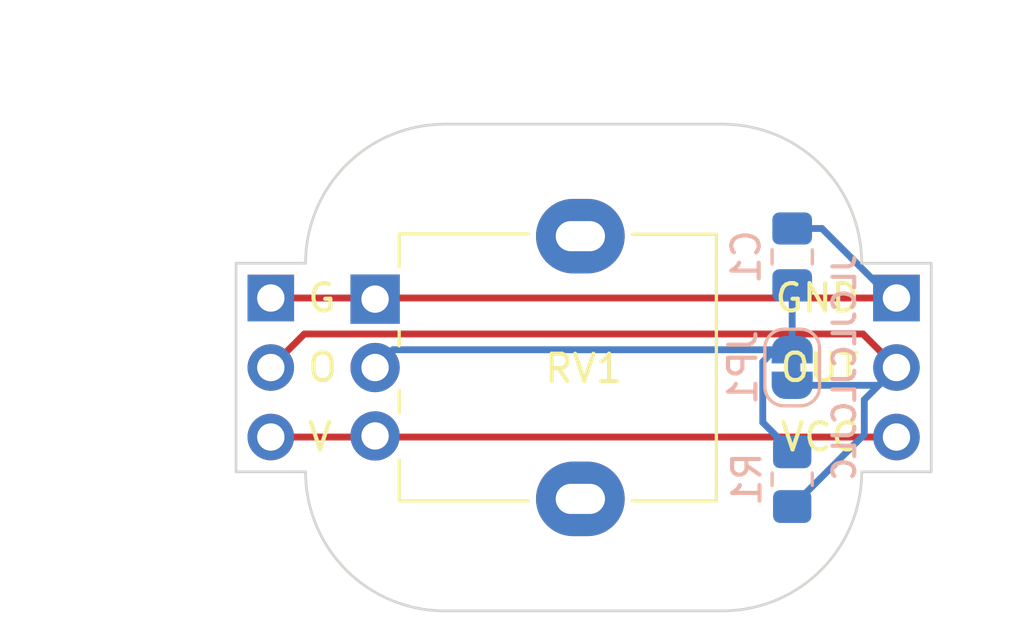
<source format=kicad_pcb>
(kicad_pcb (version 20221018) (generator pcbnew)
  (layers (0 "F.Cu" signal) (31 "B.Cu" signal) (34 "B.Paste" user) (35 "F.Paste" user) (36 "B.SilkS" user "B.Silkscreen") (37 "F.SilkS" user "F.Silkscreen") (38 "B.Mask" user) (39 "F.Mask" user) (44 "Edge.Cuts" user))
  (net 0 "")
  (net 1 "GND")
  (net 2 "Net-(JP1-A)")
  (net 3 "VCC")
  (net 4 "OUT")
  (footprint "Custom:PinHeader_1x03_P2.54mm_Vertical_no_silk" (layer "F.Cu") (at 138.43 80.01)
    (fp_text reference "J1" hide)
    (fp_text value "Conn_01x03")
    (pad "1" thru_hole rect (at 0 0) (size 1.7 1.7) (drill 1) (layers "*.Cu" "*.Mask") (net 1 "GND"))
    (pad "2" thru_hole oval (at 0 2.54) (size 1.7 1.7) (drill 1) (layers "*.Cu" "*.Mask") (net 4 "OUT"))
    (pad "3" thru_hole oval (at 0 5.08) (size 1.7 1.7) (drill 1) (layers "*.Cu" "*.Mask") (net 3 "VCC"))
  )
  (footprint "Potentiometer_THT:Potentiometer_Alpha_RD901F-40-00D_Single_Vertical" (layer "F.Cu") (at 142.24 80.05)
    (fp_text reference "RV1" (at 7.62 2.54 180) (layer "F.SilkS"))
    (fp_text value "R_Potentiometer_MountingPin")
    (fp_line (start 0.88 -2.38) (end 5.6 -2.38) (stroke (width 0.12)) (layer "F.SilkS"))
    (fp_line (start 0.88 -1.19) (end 0.88 -2.37) (stroke (width 0.12)) (layer "F.SilkS"))
    (fp_line (start 0.88 1.71) (end 0.88 1.18) (stroke (width 0.12)) (layer "F.SilkS"))
    (fp_line (start 0.88 4.16) (end 0.88 3.33) (stroke (width 0.12)) (layer "F.SilkS"))
    (fp_line (start 0.88 7.37) (end 0.88 5.88) (stroke (width 0.12)) (layer "F.SilkS"))
    (fp_line (start 0.88 7.37) (end 5.6 7.37) (stroke (width 0.12)) (layer "F.SilkS"))
    (fp_line (start 9.41 -2.37) (end 12.47 -2.37) (stroke (width 0.12)) (layer "F.SilkS"))
    (fp_line (start 9.41 7.37) (end 12.47 7.37) (stroke (width 0.12)) (layer "F.SilkS"))
    (fp_line (start 12.47 7.37) (end 12.47 -2.37) (stroke (width 0.12)) (layer "F.SilkS"))
    (pad "" thru_hole oval (at 7.5 -2.3 90) (size 2.72 3.24) (drill oval 1.1 1.8) (layers "*.Cu" "*.Mask"))
    (pad "" thru_hole oval (at 7.5 7.3 90) (size 2.72 3.24) (drill oval 1.1 1.8) (layers "*.Cu" "*.Mask"))
    (pad "1" thru_hole rect (at 0 0 90) (size 1.8 1.8) (drill 1) (layers "*.Cu" "*.Mask") (net 1 "GND"))
    (pad "2" thru_hole circle (at 0 2.5 90) (size 1.8 1.8) (drill 1) (layers "*.Cu" "*.Mask") (net 2 "Net-(JP1-A)"))
    (pad "3" thru_hole circle (at 0 5 90) (size 1.8 1.8) (drill 1) (layers "*.Cu" "*.Mask") (net 3 "VCC"))
  )
  (footprint "Custom:PinHeader_1x03_P2.54mm_Vertical_no_silk" (layer "F.Cu") (at 161.29 80.01)
    (fp_text reference "J2" hide)
    (fp_text value "Conn_01x03")
    (pad "1" thru_hole rect (at 0 0) (size 1.7 1.7) (drill 1) (layers "*.Cu" "*.Mask") (net 1 "GND"))
    (pad "2" thru_hole oval (at 0 2.54) (size 1.7 1.7) (drill 1) (layers "*.Cu" "*.Mask") (net 4 "OUT"))
    (pad "3" thru_hole oval (at 0 5.08) (size 1.7 1.7) (drill 1) (layers "*.Cu" "*.Mask") (net 3 "VCC"))
  )
  (footprint "Jumper:SolderJumper-2_P1.3mm_Bridged_RoundedPad1.0x1.5mm" (layer "B.Cu") (at 157.48 82.55 -90)
    (fp_text reference "JP1" (at 0 1.8 90) (layer "B.SilkS") (effects (justify mirror)))
    (fp_text value "SolderJumper_2_Bridged")
    (fp_poly (pts (xy 0.25 0.3) (xy -0.25 0.3) (xy -0.25 -0.3) (xy 0.25 -0.3)) (fill solid) (layer "B.Cu"))
    (fp_line (start -1.4 -0.3) (end -1.4 0.3) (stroke (width 0.12)) (layer "B.SilkS"))
    (fp_line (start -0.7 1) (end 0.7 1) (stroke (width 0.12)) (layer "B.SilkS"))
    (fp_line (start 0.7 -1) (end -0.7 -1) (stroke (width 0.12)) (layer "B.SilkS"))
    (fp_line (start 1.4 0.3) (end 1.4 -0.3) (stroke (width 0.12)) (layer "B.SilkS"))
    (fp_arc (start -1.4 -0.3) (mid -1.194975 -0.794975) (end -0.7 -1) (stroke (width 0.12)) (layer "B.SilkS"))
    (fp_arc (start -0.7 1) (mid -1.194975 0.794975) (end -1.4 0.3) (stroke (width 0.12)) (layer "B.SilkS"))
    (fp_arc (start 0.7 -1) (mid 1.194975 -0.794975) (end 1.4 -0.3) (stroke (width 0.12)) (layer "B.SilkS"))
    (fp_arc (start 1.4 0.3) (mid 1.194975 0.794975) (end 0.7 1) (stroke (width 0.12)) (layer "B.SilkS"))
    (pad "1" smd custom (at -0.65 0 270) (size 1 0.5) (layers "B.Cu" "B.Mask") (net 2 "Net-(JP1-A)") (options (clearance outline) (anchor rect)) (primitives (gr_circle (center 0 -0.25) (end 0.5 -0.25) (width 0) (fill yes)) (gr_circle (center 0 0.25) (end 0.5 0.25) (width 0) (fill yes)) (gr_poly (pts (xy 0.5 -0.75) (xy 0 -0.75) (xy 0 0.75) (xy 0.5 0.75)) (width 0) (fill yes))))
    (pad "2" smd custom (at 0.65 0 270) (size 1 0.5) (layers "B.Cu" "B.Mask") (net 4 "OUT") (options (clearance outline) (anchor rect)) (primitives (gr_circle (center 0 -0.25) (end 0.5 -0.25) (width 0) (fill yes)) (gr_circle (center 0 0.25) (end 0.5 0.25) (width 0) (fill yes)) (gr_poly (pts (xy 0 -0.75) (xy -0.5 -0.75) (xy -0.5 0.75) (xy 0 0.75)) (width 0) (fill yes))))
  )
  (footprint "Resistor_SMD:R_0805_2012Metric_Pad1.20x1.40mm_HandSolder" (layer "B.Cu") (at 157.48 86.63 -90)
    (fp_text reference "R1" (at 0 1.65 90) (layer "B.SilkS") (effects (justify mirror)))
    (fp_text value "1uF")
    (fp_line (start -0.227064 -0.735) (end 0.227064 -0.735) (stroke (width 0.12)) (layer "B.SilkS"))
    (fp_line (start -0.227064 0.735) (end 0.227064 0.735) (stroke (width 0.12)) (layer "B.SilkS"))
    (pad "1" smd roundrect (at -1 0 270) (size 1.2 1.4) (layers "B.Cu" "B.Paste" "B.Mask") (roundrect_rratio 0.208333) (net 2 "Net-(JP1-A)"))
    (pad "2" smd roundrect (at 1 0 270) (size 1.2 1.4) (layers "B.Cu" "B.Paste" "B.Mask") (roundrect_rratio 0.208333) (net 4 "OUT"))
  )
  (footprint "Capacitor_SMD:C_0805_2012Metric_Pad1.18x1.45mm_HandSolder" (layer "B.Cu") (at 157.48 78.5075 -90)
    (fp_text reference "C1" (at 0 1.68 90) (layer "B.SilkS") (effects (justify mirror)))
    (fp_text value "C")
    (fp_line (start -0.261252 -0.735) (end 0.261252 -0.735) (stroke (width 0.12)) (layer "B.SilkS"))
    (fp_line (start -0.261252 0.735) (end 0.261252 0.735) (stroke (width 0.12)) (layer "B.SilkS"))
    (pad "1" smd roundrect (at -1.0375 0 270) (size 1.175 1.45) (layers "B.Cu" "B.Paste" "B.Mask") (roundrect_rratio 0.212766) (net 1 "GND"))
    (pad "2" smd roundrect (at 1.0375 0 270) (size 1.175 1.45) (layers "B.Cu" "B.Paste" "B.Mask") (roundrect_rratio 0.212766) (net 2 "Net-(JP1-A)"))
  )
  (gr_arc (start 154.94 73.66) (mid 158.532102 75.147898) (end 160.02 78.74) (stroke (width 0.1)) (layer "Edge.Cuts"))
  (gr_line (start 162.56 78.74) (end 162.56 86.36) (stroke (width 0.1)) (layer "Edge.Cuts"))
  (gr_line (start 139.7 78.74) (end 137.16 78.74) (stroke (width 0.1)) (layer "Edge.Cuts"))
  (gr_arc (start 144.78 91.44) (mid 141.187898 89.952102) (end 139.7 86.36) (stroke (width 0.1)) (layer "Edge.Cuts"))
  (gr_line (start 162.56 86.36) (end 160.02 86.36) (stroke (width 0.1)) (layer "Edge.Cuts"))
  (gr_line (start 137.16 86.36) (end 139.7 86.36) (stroke (width 0.1)) (layer "Edge.Cuts"))
  (gr_line (start 144.78 91.44) (end 154.94 91.44) (stroke (width 0.1)) (layer "Edge.Cuts"))
  (gr_line (start 137.16 78.74) (end 137.16 86.36) (stroke (width 0.1)) (layer "Edge.Cuts"))
  (gr_arc (start 160.02 86.36) (mid 158.532102 89.952102) (end 154.94 91.44) (stroke (width 0.1)) (layer "Edge.Cuts"))
  (gr_arc (start 139.7 78.74) (mid 141.187898 75.147898) (end 144.78 73.66) (stroke (width 0.1)) (layer "Edge.Cuts"))
  (gr_line (start 144.78 73.66) (end 154.94 73.66) (stroke (width 0.1)) (layer "Edge.Cuts"))
  (gr_line (start 160.02 78.74) (end 162.56 78.74) (stroke (width 0.1)) (layer "Edge.Cuts"))
  (gr_text "JLCJLCJLCJLC" (at 159.385 82.55 90) (layer "B.SilkS") (effects (font (size 0.8 0.8)) (justify mirror)))
  (gr_text "OUT" (at 160.02 82.55) (layer "F.SilkS") (effects (font (size 1 1)) (justify right)))
  (gr_text "GND" (at 160.02 80.01) (layer "F.SilkS") (effects (font (size 1 1)) (justify right)))
  (gr_text "V" (at 139.7 85.09) (layer "F.SilkS") (effects (font (size 1 1)) (justify left)))
  (gr_text "O" (at 139.7 82.55) (layer "F.SilkS") (effects (font (size 1 1)) (justify left)))
  (gr_text "G" (at 139.7 80.01) (layer "F.SilkS") (effects (font (size 1 1)) (justify left)))
  (gr_text "VCC" (at 160.02 85.09) (layer "F.SilkS") (effects (font (size 1 1)) (justify right)))
  (segment (start 142.2 80.01) (end 142.24 80.05) (width 0.25) (layer "F.Cu") (net 1))
  (segment (start 138.43 80.01) (end 142.2 80.01) (width 0.25) (layer "F.Cu") (net 1))
  (segment (start 142.28 80.01) (end 142.24 80.05) (width 0.25) (layer "F.Cu") (net 1))
  (segment (start 161.29 80.01) (end 142.28 80.01) (width 0.25) (layer "F.Cu") (net 1))
  (segment (start 158.565334 77.47) (end 161.105334 80.01) (width 0.25) (layer "B.Cu") (net 1))
  (segment (start 157.48 77.47) (end 158.565334 77.47) (width 0.25) (layer "B.Cu") (net 1))
  (segment (start 161.105334 80.01) (end 161.29 80.01) (width 0.25) (layer "B.Cu") (net 1))
  (segment (start 142.24 82.55) (end 142.89 81.9) (width 0.25) (layer "B.Cu") (net 2))
  (segment (start 156.405 82.34) (end 156.845 81.9) (width 0.25) (layer "B.Cu") (net 2))
  (segment (start 156.845 81.9) (end 157.48 81.9) (width 0.25) (layer "B.Cu") (net 2))
  (segment (start 157.48 85.63) (end 156.405 84.555) (width 0.25) (layer "B.Cu") (net 2))
  (segment (start 142.89 81.9) (end 157.48 81.9) (width 0.25) (layer "B.Cu") (net 2))
  (segment (start 157.48 79.545) (end 157.48 81.9) (width 0.25) (layer "B.Cu") (net 2))
  (segment (start 156.405 84.555) (end 156.405 82.34) (width 0.25) (layer "B.Cu") (net 2))
  (segment (start 142.2 85.09) (end 142.24 85.05) (width 0.25) (layer "F.Cu") (net 3))
  (segment (start 142.28 85.09) (end 142.24 85.05) (width 0.25) (layer "F.Cu") (net 3))
  (segment (start 138.43 85.09) (end 142.2 85.09) (width 0.25) (layer "F.Cu") (net 3))
  (segment (start 161.29 85.09) (end 142.28 85.09) (width 0.25) (layer "F.Cu") (net 3))
  (segment (start 138.43 82.55) (end 139.655 81.325) (width 0.25) (layer "F.Cu") (net 4))
  (segment (start 160.065 81.325) (end 161.29 82.55) (width 0.25) (layer "F.Cu") (net 4))
  (segment (start 139.655 81.325) (end 160.065 81.325) (width 0.25) (layer "F.Cu") (net 4))
  (segment (start 160.115 84.995) (end 160.115 83.725) (width 0.25) (layer "B.Cu") (net 4))
  (segment (start 160.64 83.2) (end 161.29 82.55) (width 0.25) (layer "B.Cu") (net 4))
  (segment (start 157.48 83.2) (end 160.64 83.2) (width 0.25) (layer "B.Cu") (net 4))
  (segment (start 160.115 83.725) (end 161.29 82.55) (width 0.25) (layer "B.Cu") (net 4))
  (segment (start 157.48 87.63) (end 160.115 84.995) (width 0.25) (layer "B.Cu") (net 4))
)
</source>
